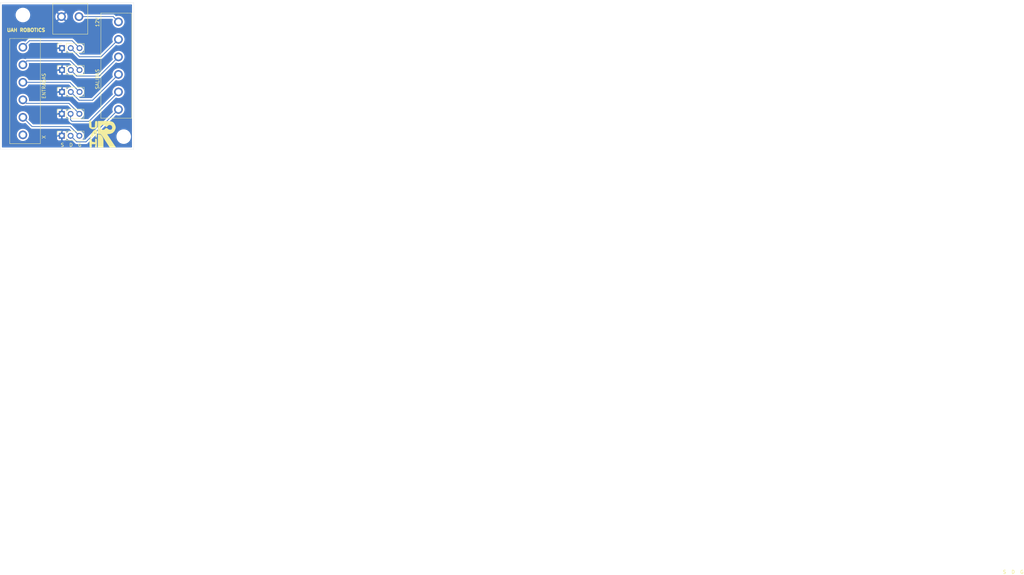
<source format=kicad_pcb>
(kicad_pcb (version 20171130) (host pcbnew "(5.1.7)-1")

  (general
    (thickness 1.6)
    (drawings 5)
    (tracks 35)
    (zones 0)
    (modules 17)
    (nets 14)
  )

  (page A4)
  (layers
    (0 F.Cu signal)
    (31 B.Cu signal)
    (32 B.Adhes user)
    (33 F.Adhes user)
    (34 B.Paste user)
    (35 F.Paste user)
    (36 B.SilkS user)
    (37 F.SilkS user)
    (38 B.Mask user)
    (39 F.Mask user)
    (40 Dwgs.User user)
    (41 Cmts.User user)
    (42 Eco1.User user)
    (43 Eco2.User user)
    (44 Edge.Cuts user)
    (45 Margin user)
    (46 B.CrtYd user)
    (47 F.CrtYd user)
    (48 B.Fab user)
    (49 F.Fab user)
  )

  (setup
    (last_trace_width 0.25)
    (trace_clearance 0.2)
    (zone_clearance 0.508)
    (zone_45_only no)
    (trace_min 0.2)
    (via_size 0.8)
    (via_drill 0.4)
    (via_min_size 0.4)
    (via_min_drill 0.3)
    (uvia_size 0.3)
    (uvia_drill 0.1)
    (uvias_allowed no)
    (uvia_min_size 0.2)
    (uvia_min_drill 0.1)
    (edge_width 0.05)
    (segment_width 0.2)
    (pcb_text_width 0.3)
    (pcb_text_size 1.5 1.5)
    (mod_edge_width 0.12)
    (mod_text_size 1 1)
    (mod_text_width 0.15)
    (pad_size 1.524 1.524)
    (pad_drill 0.762)
    (pad_to_mask_clearance 0)
    (aux_axis_origin 0 0)
    (visible_elements 7FFFFFFF)
    (pcbplotparams
      (layerselection 0x010fc_ffffffff)
      (usegerberextensions false)
      (usegerberattributes true)
      (usegerberadvancedattributes true)
      (creategerberjobfile true)
      (excludeedgelayer true)
      (linewidth 0.100000)
      (plotframeref false)
      (viasonmask false)
      (mode 1)
      (useauxorigin false)
      (hpglpennumber 1)
      (hpglpenspeed 20)
      (hpglpendiameter 15.000000)
      (psnegative false)
      (psa4output false)
      (plotreference true)
      (plotvalue true)
      (plotinvisibletext false)
      (padsonsilk false)
      (subtractmaskfromsilk false)
      (outputformat 1)
      (mirror false)
      (drillshape 0)
      (scaleselection 1)
      (outputdirectory "gerber/"))
  )

  (net 0 "")
  (net 1 I1)
  (net 2 I3)
  (net 3 I5)
  (net 4 I2)
  (net 5 I4)
  (net 6 +12V)
  (net 7 GND)
  (net 8 "Net-(J1-Pad6)")
  (net 9 O1)
  (net 10 O2)
  (net 11 O3)
  (net 12 O4)
  (net 13 O5)

  (net_class Default "This is the default net class."
    (clearance 0.2)
    (trace_width 0.25)
    (via_dia 0.8)
    (via_drill 0.4)
    (uvia_dia 0.3)
    (uvia_drill 0.1)
    (add_net +12V)
    (add_net GND)
    (add_net I1)
    (add_net I2)
    (add_net I3)
    (add_net I4)
    (add_net I5)
    (add_net "Net-(J1-Pad6)")
    (add_net O1)
    (add_net O2)
    (add_net O3)
    (add_net O4)
    (add_net O5)
  )

  (module "" (layer F.Cu) (tedit 0) (tstamp 0)
    (at 273.558 129.921)
    (fp_text reference "" (at 138.43 72.644) (layer F.SilkS)
      (effects (font (size 1.27 1.27) (thickness 0.15)))
    )
    (fp_text value "" (at 138.43 72.644) (layer F.SilkS)
      (effects (font (size 1.27 1.27) (thickness 0.15)))
    )
    (fp_text user "S  D  G" (at 138.303 72.771 180) (layer F.SilkS)
      (effects (font (size 1 1) (thickness 0.15)))
    )
  )

  (module "" (layer F.Cu) (tedit 0) (tstamp 0)
    (at 138.43 72.644)
    (fp_text reference "" (at 139.192 78.994) (layer F.SilkS)
      (effects (font (size 1.27 1.27) (thickness 0.15)))
    )
    (fp_text value "" (at 139.192 78.994) (layer F.SilkS)
      (effects (font (size 1.27 1.27) (thickness 0.15)))
    )
    (fp_text user %R (at 136.8044 78.7908 -90) (layer F.SilkS)
      (effects (font (size 1 1) (thickness 0.15)))
    )
  )

  (module "" (layer F.Cu) (tedit 0) (tstamp 0)
    (at 138.43 72.644)
    (fp_text reference "" (at 139.192 78.994) (layer F.SilkS)
      (effects (font (size 1.27 1.27) (thickness 0.15)))
    )
    (fp_text value "" (at 139.192 78.994) (layer F.SilkS)
      (effects (font (size 1.27 1.27) (thickness 0.15)))
    )
    (fp_text user %R (at 136.8044 78.7908 -90) (layer F.SilkS)
      (effects (font (size 1 1) (thickness 0.15)))
    )
  )

  (module "" (layer F.Cu) (tedit 0) (tstamp 0)
    (at 141.097 73.533)
    (fp_text reference "" (at 139.192 78.994) (layer F.SilkS)
      (effects (font (size 1.27 1.27) (thickness 0.15)))
    )
    (fp_text value "" (at 139.192 78.994) (layer F.SilkS)
      (effects (font (size 1.27 1.27) (thickness 0.15)))
    )
    (fp_text user %R (at 136.8044 78.7908 -90) (layer F.SilkS)
      (effects (font (size 1 1) (thickness 0.15)))
    )
  )

  (module "" (layer F.Cu) (tedit 0) (tstamp 0)
    (at 139.192 78.994)
    (fp_text reference "" (at 136.2964 57.15) (layer F.SilkS)
      (effects (font (size 1.27 1.27) (thickness 0.15)))
    )
    (fp_text value "" (at 136.2964 57.15) (layer F.SilkS)
      (effects (font (size 1.27 1.27) (thickness 0.15)))
    )
  )

  (module "" (layer F.Cu) (tedit 0) (tstamp 0)
    (at 139.573 73.279)
    (fp_text reference "" (at 136.2964 57.15) (layer F.SilkS)
      (effects (font (size 1.27 1.27) (thickness 0.15)))
    )
    (fp_text value "" (at 136.2964 57.15) (layer F.SilkS)
      (effects (font (size 1.27 1.27) (thickness 0.15)))
    )
  )

  (module Connector_PinSocket_2.54mm:PinSocket_1x03_P2.54mm_Vertical (layer F.Cu) (tedit 5A19A429) (tstamp 6078BF16)
    (at 136.2964 57.15 90)
    (descr "Through hole straight socket strip, 1x03, 2.54mm pitch, single row (from Kicad 4.0.7), script generated")
    (tags "Through hole socket strip THT 1x03 2.54mm single row")
    (path /5FDBF43A)
    (fp_text reference " " (at 2.3876 2.4892 180) (layer F.SilkS)
      (effects (font (size 1 1) (thickness 0.15)))
    )
    (fp_text value Conn_01x03_Male (at 0 7.85 90) (layer F.Fab)
      (effects (font (size 1 1) (thickness 0.15)))
    )
    (fp_line (start -1.8 6.85) (end -1.8 -1.8) (layer F.CrtYd) (width 0.05))
    (fp_line (start 1.75 6.85) (end -1.8 6.85) (layer F.CrtYd) (width 0.05))
    (fp_line (start 1.75 -1.8) (end 1.75 6.85) (layer F.CrtYd) (width 0.05))
    (fp_line (start -1.8 -1.8) (end 1.75 -1.8) (layer F.CrtYd) (width 0.05))
    (fp_line (start 0 -1.33) (end 1.33 -1.33) (layer F.SilkS) (width 0.12))
    (fp_line (start 1.33 -1.33) (end 1.33 0) (layer F.SilkS) (width 0.12))
    (fp_line (start 1.33 1.27) (end 1.33 6.41) (layer F.SilkS) (width 0.12))
    (fp_line (start -1.33 6.41) (end 1.33 6.41) (layer F.SilkS) (width 0.12))
    (fp_line (start -1.33 1.27) (end -1.33 6.41) (layer F.SilkS) (width 0.12))
    (fp_line (start -1.33 1.27) (end 1.33 1.27) (layer F.SilkS) (width 0.12))
    (fp_line (start -1.27 6.35) (end -1.27 -1.27) (layer F.Fab) (width 0.1))
    (fp_line (start 1.27 6.35) (end -1.27 6.35) (layer F.Fab) (width 0.1))
    (fp_line (start 1.27 -0.635) (end 1.27 6.35) (layer F.Fab) (width 0.1))
    (fp_line (start 0.635 -1.27) (end 1.27 -0.635) (layer F.Fab) (width 0.1))
    (fp_line (start -1.27 -1.27) (end 0.635 -1.27) (layer F.Fab) (width 0.1))
    (fp_text user %R (at 0 2.54) (layer F.Fab)
      (effects (font (size 1 1) (thickness 0.15)))
    )
    (pad 3 thru_hole oval (at 0 5.08 90) (size 1.7 1.7) (drill 1) (layers *.Cu *.Mask)
      (net 4 I2))
    (pad 2 thru_hole oval (at 0 2.54 90) (size 1.7 1.7) (drill 1) (layers *.Cu *.Mask)
      (net 10 O2))
    (pad 1 thru_hole rect (at 0 0 90) (size 1.7 1.7) (drill 1) (layers *.Cu *.Mask)
      (net 7 GND))
    (model ${KISYS3DMOD}/Connector_PinSocket_2.54mm.3dshapes/PinSocket_1x03_P2.54mm_Vertical.wrl
      (at (xyz 0 0 0))
      (scale (xyz 1 1 1))
      (rotate (xyz 0 0 0))
    )
  )

  (module Conector_Eurobot:Conector_6p_5.08 (layer F.Cu) (tedit 60782A58) (tstamp 6078AF77)
    (at 152.654 55.88 90)
    (path /5FC4195A)
    (fp_text reference "SALIDAS                12V" (at 3.556 -6.096 90) (layer F.SilkS)
      (effects (font (size 1 1) (thickness 0.15)))
    )
    (fp_text value "Salida 12v" (at 0 -0.5 90) (layer F.Fab)
      (effects (font (size 1 1) (thickness 0.15)))
    )
    (fp_line (start -15.24 0) (end -15.24 -5.08) (layer F.SilkS) (width 0.12))
    (fp_line (start -15.24 -5.08) (end 15.24 -5.08) (layer F.SilkS) (width 0.12))
    (fp_line (start 15.24 -5.08) (end 15.24 2.54) (layer F.SilkS) (width 0.12))
    (fp_line (start -15.24 0) (end -15.24 2.54) (layer F.SilkS) (width 0.12))
    (fp_line (start -15.24 2.54) (end -15.24 3.81) (layer F.SilkS) (width 0.12))
    (fp_line (start -15.24 3.81) (end 15.24 3.81) (layer F.SilkS) (width 0.12))
    (fp_line (start 15.24 3.81) (end 15.24 2.54) (layer F.SilkS) (width 0.12))
    (pad 6 thru_hole circle (at 12.7 0 90) (size 2.5 2.5) (drill 1.6) (layers *.Cu *.Mask)
      (net 6 +12V))
    (pad 1 thru_hole circle (at -12.7 0 90) (size 2.5 2.5) (drill 1.6) (layers *.Cu *.Mask)
      (net 13 O5))
    (pad 2 thru_hole circle (at -7.62 0 90) (size 2.5 2.5) (drill 1.6) (layers *.Cu *.Mask)
      (net 12 O4))
    (pad 4 thru_hole circle (at 2.54 0 90) (size 2.5 2.5) (drill 1.6) (layers *.Cu *.Mask)
      (net 10 O2))
    (pad 3 thru_hole circle (at -2.54 0 90) (size 2.5 2.5) (drill 1.6) (layers *.Cu *.Mask)
      (net 11 O3))
    (pad 5 thru_hole circle (at 7.62 0 90) (size 2.5 2.5) (drill 1.6) (layers *.Cu *.Mask)
      (net 9 O1))
  )

  (module Conector_Eurobot:Conector_2p_5.08 (layer F.Cu) (tedit 6078297D) (tstamp 6078B25A)
    (at 138.684 41.656 180)
    (path /5FDB5E68)
    (fp_text reference " " (at 0 -5.842) (layer F.SilkS)
      (effects (font (size 1 1) (thickness 0.15)))
    )
    (fp_text value Screw_Terminal_01x02 (at 0 -0.5) (layer F.Fab)
      (effects (font (size 1 1) (thickness 0.15)))
    )
    (fp_line (start 5.08 0) (end 5.08 -5.08) (layer F.SilkS) (width 0.12))
    (fp_line (start 5.08 -5.08) (end -5.08 -5.08) (layer F.SilkS) (width 0.12))
    (fp_line (start -5.08 -5.08) (end -5.08 0) (layer F.SilkS) (width 0.12))
    (fp_line (start -5.08 0) (end -5.08 2.54) (layer F.SilkS) (width 0.12))
    (fp_line (start 5.08 0) (end 5.08 2.54) (layer F.SilkS) (width 0.12))
    (fp_line (start 5.08 2.54) (end 5.08 3.81) (layer F.SilkS) (width 0.12))
    (fp_line (start 5.08 3.81) (end -5.08 3.81) (layer F.SilkS) (width 0.12))
    (fp_line (start -5.08 3.81) (end -5.08 2.54) (layer F.SilkS) (width 0.12))
    (pad 2 thru_hole circle (at 2.54 0 180) (size 2.5 2.5) (drill 1.6) (layers *.Cu *.Mask)
      (net 7 GND))
    (pad 1 thru_hole circle (at -2.54 0 180) (size 2.5 2.5) (drill 1.6) (layers *.Cu *.Mask)
      (net 6 +12V))
  )

  (module Conector_Eurobot:Conector_6p_5.08 (layer F.Cu) (tedit 60782A58) (tstamp 6078A06E)
    (at 124.968 63.246 270)
    (path /5FC3F32F)
    (fp_text reference "X              ENTRADAS" (at 4.318 -6.096 90) (layer F.SilkS)
      (effects (font (size 1 1) (thickness 0.15)))
    )
    (fp_text value "Entrada Digital" (at 0 -0.5 90) (layer F.Fab)
      (effects (font (size 1 1) (thickness 0.15)))
    )
    (fp_line (start -15.24 0) (end -15.24 -5.08) (layer F.SilkS) (width 0.12))
    (fp_line (start -15.24 -5.08) (end 15.24 -5.08) (layer F.SilkS) (width 0.12))
    (fp_line (start 15.24 -5.08) (end 15.24 2.54) (layer F.SilkS) (width 0.12))
    (fp_line (start -15.24 0) (end -15.24 2.54) (layer F.SilkS) (width 0.12))
    (fp_line (start -15.24 2.54) (end -15.24 3.81) (layer F.SilkS) (width 0.12))
    (fp_line (start -15.24 3.81) (end 15.24 3.81) (layer F.SilkS) (width 0.12))
    (fp_line (start 15.24 3.81) (end 15.24 2.54) (layer F.SilkS) (width 0.12))
    (pad 6 thru_hole circle (at 12.7 0 270) (size 2.5 2.5) (drill 1.6) (layers *.Cu *.Mask)
      (net 8 "Net-(J1-Pad6)"))
    (pad 1 thru_hole circle (at -12.7 0 270) (size 2.5 2.5) (drill 1.6) (layers *.Cu *.Mask)
      (net 1 I1))
    (pad 2 thru_hole circle (at -7.62 0 270) (size 2.5 2.5) (drill 1.6) (layers *.Cu *.Mask)
      (net 4 I2))
    (pad 4 thru_hole circle (at 2.54 0 270) (size 2.5 2.5) (drill 1.6) (layers *.Cu *.Mask)
      (net 5 I4))
    (pad 3 thru_hole circle (at -2.54 0 270) (size 2.5 2.5) (drill 1.6) (layers *.Cu *.Mask)
      (net 2 I3))
    (pad 5 thru_hole circle (at 7.62 0 270) (size 2.5 2.5) (drill 1.6) (layers *.Cu *.Mask)
      (net 3 I5))
  )

  (module logo:logo (layer F.Cu) (tedit 0) (tstamp 5FD6CE80)
    (at 148.0312 75.692)
    (fp_text reference G*** (at 0 0) (layer F.SilkS) hide
      (effects (font (size 1.524 1.524) (thickness 0.3)))
    )
    (fp_text value LOGO (at 0.75 0) (layer F.SilkS) hide
      (effects (font (size 1.524 1.524) (thickness 0.3)))
    )
    (fp_poly (pts (xy -1.763982 1.360429) (xy -1.681307 1.443352) (xy -1.635917 1.642757) (xy -1.616739 2.008717)
      (xy -1.612702 2.591303) (xy -1.612698 2.620635) (xy -1.616757 3.214026) (xy -1.635931 3.588533)
      (xy -1.680716 3.794013) (xy -1.76161 3.880325) (xy -1.881481 3.897354) (xy -2.080384 3.831783)
      (xy -2.148316 3.590243) (xy -2.150265 3.505379) (xy -2.098581 3.202342) (xy -1.982275 3.045619)
      (xy -2.000963 3.005126) (xy -2.23257 2.975715) (xy -2.452646 2.967224) (xy -3.091005 2.956614)
      (xy -3.091005 3.426984) (xy -3.116107 3.745076) (xy -3.229068 3.875297) (xy -3.426984 3.897354)
      (xy -3.582631 3.888488) (xy -3.680795 3.828326) (xy -3.734724 3.66652) (xy -3.757669 3.352725)
      (xy -3.762878 2.836593) (xy -3.76291 2.755026) (xy -2.015873 2.755026) (xy -1.948677 2.822222)
      (xy -1.881481 2.755026) (xy -1.948677 2.687831) (xy -2.015873 2.755026) (xy -3.76291 2.755026)
      (xy -3.762963 2.620635) (xy -3.76063 2.029177) (xy -3.744798 1.656154) (xy -3.702217 1.451222)
      (xy -3.619639 1.364032) (xy -3.483815 1.344238) (xy -3.426984 1.343915) (xy -3.199775 1.379058)
      (xy -3.10676 1.537203) (xy -3.091005 1.814286) (xy -3.067638 2.1309) (xy -2.954437 2.260724)
      (xy -2.714709 2.284656) (xy -2.39285 2.32717) (xy -2.210269 2.4128) (xy -2.136285 2.38591)
      (xy -2.119541 2.11553) (xy -2.129728 1.942429) (xy -2.145009 1.571343) (xy -2.094113 1.395782)
      (xy -1.949399 1.345266) (xy -1.895014 1.343915) (xy -1.763982 1.360429)) (layer F.SilkS) (width 0.01))
    (fp_poly (pts (xy -0.907143 0.134632) (xy -0.615837 0.172106) (xy -0.389336 0.324153) (xy -0.14495 0.650788)
      (xy -0.100794 0.719888) (xy 0.073663 1.019846) (xy 0.182747 1.299199) (xy 0.241541 1.634717)
      (xy 0.265126 2.103168) (xy 0.268783 2.601129) (xy 0.268783 3.897354) (xy -1.343915 3.897354)
      (xy -1.343915 0.134392) (xy -0.907143 0.134632)) (layer F.SilkS) (width 0.01))
    (fp_poly (pts (xy 0.571164 -3.762461) (xy 1.486629 -3.749659) (xy 2.176901 -3.70116) (xy 2.684845 -3.601005)
      (xy 3.053327 -3.433233) (xy 3.325211 -3.181884) (xy 3.543363 -2.830999) (xy 3.643313 -2.618608)
      (xy 3.803416 -2.189067) (xy 3.834063 -1.848301) (xy 3.766382 -1.513463) (xy 3.45445 -0.821705)
      (xy 2.968394 -0.333578) (xy 2.314893 -0.054805) (xy 2.003239 -0.00268) (xy 1.340944 0.067196)
      (xy 2.620544 1.982275) (xy 3.900143 3.897354) (xy 2.083069 3.87984) (xy 0.823328 1.93992)
      (xy 0.363571 1.235518) (xy 0.020818 0.726044) (xy -0.232757 0.379996) (xy -0.424978 0.165873)
      (xy -0.583668 0.052176) (xy -0.736651 0.007402) (xy -0.890164 0) (xy -1.343915 0)
      (xy -1.343915 -1.809067) (xy -0.583482 -1.809067) (xy -0.429667 -1.491053) (xy -0.15322 -1.271086)
      (xy 0.180028 -1.186471) (xy 0.504248 -1.274515) (xy 0.703146 -1.478307) (xy 0.943198 -1.691672)
      (xy 1.142328 -1.74709) (xy 1.423785 -1.641287) (xy 1.58151 -1.478307) (xy 1.846743 -1.274203)
      (xy 2.218627 -1.210251) (xy 2.567029 -1.299411) (xy 2.660952 -1.370794) (xy 2.781926 -1.618842)
      (xy 2.822222 -1.905262) (xy 2.715567 -2.282776) (xy 2.44851 -2.531287) (xy 2.100412 -2.629008)
      (xy 1.750634 -2.554151) (xy 1.478538 -2.284928) (xy 1.473436 -2.275554) (xy 1.282685 -2.066258)
      (xy 1.142328 -2.015873) (xy 0.93052 -2.122296) (xy 0.81122 -2.275554) (xy 0.528135 -2.56583)
      (xy 0.155533 -2.66147) (xy -0.216998 -2.568253) (xy -0.499871 -2.291959) (xy -0.548835 -2.187821)
      (xy -0.583482 -1.809067) (xy -1.343915 -1.809067) (xy -1.343915 -3.762963) (xy 0.571164 -3.762461)) (layer F.SilkS) (width 0.01))
    (fp_poly (pts (xy -1.612698 -0.075308) (xy -1.621208 0.498111) (xy -1.652192 0.849845) (xy -1.713839 1.026613)
      (xy -1.814286 1.075132) (xy -1.935855 1.008773) (xy -1.998444 0.775921) (xy -2.015873 0.335979)
      (xy -2.037966 -0.068807) (xy -2.094957 -0.337285) (xy -2.150265 -0.403175) (xy -2.277433 -0.304487)
      (xy -2.304025 0.01003) (xy -2.291684 0.167989) (xy -2.36797 0.367782) (xy -2.480677 0.403175)
      (xy -2.68855 0.513696) (xy -2.846675 0.739153) (xy -3.063148 1.005383) (xy -3.38926 1.075132)
      (xy -3.778763 1.075132) (xy -3.172827 -0.033598) (xy -2.881439 -0.554557) (xy -2.669333 -0.88348)
      (xy -2.492464 -1.06715) (xy -2.306791 -1.152353) (xy -2.089795 -1.184039) (xy -1.612698 -1.225749)
      (xy -1.612698 -0.075308)) (layer F.SilkS) (width 0.01))
    (fp_poly (pts (xy -3.396406 -3.881774) (xy -3.294306 -3.796742) (xy -3.239176 -3.584821) (xy -3.20923 -3.188573)
      (xy -3.197687 -2.923016) (xy -3.158201 -1.948677) (xy -2.21746 -1.948677) (xy -2.177722 -2.85582)
      (xy -2.150396 -3.336853) (xy -2.105318 -3.608629) (xy -2.018268 -3.730598) (xy -1.865026 -3.762208)
      (xy -1.808145 -3.762963) (xy -1.626045 -3.745341) (xy -1.527294 -3.650656) (xy -1.486511 -3.416183)
      (xy -1.478317 -2.979194) (xy -1.478307 -2.947779) (xy -1.507303 -2.333674) (xy -1.612706 -1.925553)
      (xy -1.822142 -1.665083) (xy -2.163235 -1.493928) (xy -2.167482 -1.492443) (xy -2.63153 -1.366555)
      (xy -2.99291 -1.38651) (xy -3.382033 -1.564289) (xy -3.460582 -1.611225) (xy -3.682878 -1.758279)
      (xy -3.813088 -1.910172) (xy -3.875834 -2.138841) (xy -3.895733 -2.516225) (xy -3.897354 -2.887443)
      (xy -3.89303 -3.400808) (xy -3.867739 -3.70194) (xy -3.802999 -3.847378) (xy -3.680333 -3.893659)
      (xy -3.567263 -3.897354) (xy -3.396406 -3.881774)) (layer F.SilkS) (width 0.01))
  )

  (module Connector_PinSocket_2.54mm:PinSocket_1x03_P2.54mm_Vertical (layer F.Cu) (tedit 5A19A429) (tstamp 5FD6A451)
    (at 136.2456 76.2 90)
    (descr "Through hole straight socket strip, 1x03, 2.54mm pitch, single row (from Kicad 4.0.7), script generated")
    (tags "Through hole socket strip THT 1x03 2.54mm single row")
    (path /5FDC0C6E)
    (fp_text reference "S  D  G" (at -2.667 2.6924 180) (layer F.SilkS)
      (effects (font (size 1 1) (thickness 0.15)))
    )
    (fp_text value Conn_01x03_Male (at 0 7.85 90) (layer F.Fab)
      (effects (font (size 1 1) (thickness 0.15)))
    )
    (fp_line (start -1.8 6.85) (end -1.8 -1.8) (layer F.CrtYd) (width 0.05))
    (fp_line (start 1.75 6.85) (end -1.8 6.85) (layer F.CrtYd) (width 0.05))
    (fp_line (start 1.75 -1.8) (end 1.75 6.85) (layer F.CrtYd) (width 0.05))
    (fp_line (start -1.8 -1.8) (end 1.75 -1.8) (layer F.CrtYd) (width 0.05))
    (fp_line (start 0 -1.33) (end 1.33 -1.33) (layer F.SilkS) (width 0.12))
    (fp_line (start 1.33 -1.33) (end 1.33 0) (layer F.SilkS) (width 0.12))
    (fp_line (start 1.33 1.27) (end 1.33 6.41) (layer F.SilkS) (width 0.12))
    (fp_line (start -1.33 6.41) (end 1.33 6.41) (layer F.SilkS) (width 0.12))
    (fp_line (start -1.33 1.27) (end -1.33 6.41) (layer F.SilkS) (width 0.12))
    (fp_line (start -1.33 1.27) (end 1.33 1.27) (layer F.SilkS) (width 0.12))
    (fp_line (start -1.27 6.35) (end -1.27 -1.27) (layer F.Fab) (width 0.1))
    (fp_line (start 1.27 6.35) (end -1.27 6.35) (layer F.Fab) (width 0.1))
    (fp_line (start 1.27 -0.635) (end 1.27 6.35) (layer F.Fab) (width 0.1))
    (fp_line (start 0.635 -1.27) (end 1.27 -0.635) (layer F.Fab) (width 0.1))
    (fp_line (start -1.27 -1.27) (end 0.635 -1.27) (layer F.Fab) (width 0.1))
    (pad 3 thru_hole oval (at 0 5.08 90) (size 1.7 1.7) (drill 1) (layers *.Cu *.Mask)
      (net 3 I5))
    (pad 2 thru_hole oval (at 0 2.54 90) (size 1.7 1.7) (drill 1) (layers *.Cu *.Mask)
      (net 13 O5))
    (pad 1 thru_hole rect (at 0 0 90) (size 1.7 1.7) (drill 1) (layers *.Cu *.Mask)
      (net 7 GND))
    (model ${KISYS3DMOD}/Connector_PinSocket_2.54mm.3dshapes/PinSocket_1x03_P2.54mm_Vertical.wrl
      (at (xyz 0 0 0))
      (scale (xyz 1 1 1))
      (rotate (xyz 0 0 0))
    )
  )

  (module Connector_PinSocket_2.54mm:PinSocket_1x03_P2.54mm_Vertical (layer F.Cu) (tedit 5A19A429) (tstamp 5FD6A43A)
    (at 136.2456 69.85 90)
    (descr "Through hole straight socket strip, 1x03, 2.54mm pitch, single row (from Kicad 4.0.7), script generated")
    (tags "Through hole socket strip THT 1x03 2.54mm single row")
    (path /5FDC05B1)
    (fp_text reference " " (at 2.54 2.6924 180) (layer F.SilkS)
      (effects (font (size 1 1) (thickness 0.15)))
    )
    (fp_text value Conn_01x03_Male (at 0 7.85 90) (layer F.Fab)
      (effects (font (size 1 1) (thickness 0.15)))
    )
    (fp_line (start -1.8 6.85) (end -1.8 -1.8) (layer F.CrtYd) (width 0.05))
    (fp_line (start 1.75 6.85) (end -1.8 6.85) (layer F.CrtYd) (width 0.05))
    (fp_line (start 1.75 -1.8) (end 1.75 6.85) (layer F.CrtYd) (width 0.05))
    (fp_line (start -1.8 -1.8) (end 1.75 -1.8) (layer F.CrtYd) (width 0.05))
    (fp_line (start 0 -1.33) (end 1.33 -1.33) (layer F.SilkS) (width 0.12))
    (fp_line (start 1.33 -1.33) (end 1.33 0) (layer F.SilkS) (width 0.12))
    (fp_line (start 1.33 1.27) (end 1.33 6.41) (layer F.SilkS) (width 0.12))
    (fp_line (start -1.33 6.41) (end 1.33 6.41) (layer F.SilkS) (width 0.12))
    (fp_line (start -1.33 1.27) (end -1.33 6.41) (layer F.SilkS) (width 0.12))
    (fp_line (start -1.33 1.27) (end 1.33 1.27) (layer F.SilkS) (width 0.12))
    (fp_line (start -1.27 6.35) (end -1.27 -1.27) (layer F.Fab) (width 0.1))
    (fp_line (start 1.27 6.35) (end -1.27 6.35) (layer F.Fab) (width 0.1))
    (fp_line (start 1.27 -0.635) (end 1.27 6.35) (layer F.Fab) (width 0.1))
    (fp_line (start 0.635 -1.27) (end 1.27 -0.635) (layer F.Fab) (width 0.1))
    (fp_line (start -1.27 -1.27) (end 0.635 -1.27) (layer F.Fab) (width 0.1))
    (fp_text user %R (at 0 2.54) (layer F.Fab)
      (effects (font (size 1 1) (thickness 0.15)))
    )
    (pad 3 thru_hole oval (at 0 5.08 90) (size 1.7 1.7) (drill 1) (layers *.Cu *.Mask)
      (net 5 I4))
    (pad 2 thru_hole oval (at 0 2.54 90) (size 1.7 1.7) (drill 1) (layers *.Cu *.Mask)
      (net 12 O4))
    (pad 1 thru_hole rect (at 0 0 90) (size 1.7 1.7) (drill 1) (layers *.Cu *.Mask)
      (net 7 GND))
    (model ${KISYS3DMOD}/Connector_PinSocket_2.54mm.3dshapes/PinSocket_1x03_P2.54mm_Vertical.wrl
      (at (xyz 0 0 0))
      (scale (xyz 1 1 1))
      (rotate (xyz 0 0 0))
    )
  )

  (module Connector_PinSocket_2.54mm:PinSocket_1x03_P2.54mm_Vertical (layer F.Cu) (tedit 5A19A429) (tstamp 5FD6A423)
    (at 136.2964 63.5 90)
    (descr "Through hole straight socket strip, 1x03, 2.54mm pitch, single row (from Kicad 4.0.7), script generated")
    (tags "Through hole socket strip THT 1x03 2.54mm single row")
    (path /5FDBF794)
    (fp_text reference " " (at 2.54 2.7432 180) (layer F.SilkS)
      (effects (font (size 1 1) (thickness 0.15)))
    )
    (fp_text value Conn_01x03_Male (at 0 7.85 90) (layer F.Fab)
      (effects (font (size 1 1) (thickness 0.15)))
    )
    (fp_line (start -1.8 6.85) (end -1.8 -1.8) (layer F.CrtYd) (width 0.05))
    (fp_line (start 1.75 6.85) (end -1.8 6.85) (layer F.CrtYd) (width 0.05))
    (fp_line (start 1.75 -1.8) (end 1.75 6.85) (layer F.CrtYd) (width 0.05))
    (fp_line (start -1.8 -1.8) (end 1.75 -1.8) (layer F.CrtYd) (width 0.05))
    (fp_line (start 0 -1.33) (end 1.33 -1.33) (layer F.SilkS) (width 0.12))
    (fp_line (start 1.33 -1.33) (end 1.33 0) (layer F.SilkS) (width 0.12))
    (fp_line (start 1.33 1.27) (end 1.33 6.41) (layer F.SilkS) (width 0.12))
    (fp_line (start -1.33 6.41) (end 1.33 6.41) (layer F.SilkS) (width 0.12))
    (fp_line (start -1.33 1.27) (end -1.33 6.41) (layer F.SilkS) (width 0.12))
    (fp_line (start -1.33 1.27) (end 1.33 1.27) (layer F.SilkS) (width 0.12))
    (fp_line (start -1.27 6.35) (end -1.27 -1.27) (layer F.Fab) (width 0.1))
    (fp_line (start 1.27 6.35) (end -1.27 6.35) (layer F.Fab) (width 0.1))
    (fp_line (start 1.27 -0.635) (end 1.27 6.35) (layer F.Fab) (width 0.1))
    (fp_line (start 0.635 -1.27) (end 1.27 -0.635) (layer F.Fab) (width 0.1))
    (fp_line (start -1.27 -1.27) (end 0.635 -1.27) (layer F.Fab) (width 0.1))
    (fp_text user %R (at 0.1016 1.7272) (layer F.Fab)
      (effects (font (size 1 1) (thickness 0.15)))
    )
    (pad 3 thru_hole oval (at 0 5.08 90) (size 1.7 1.7) (drill 1) (layers *.Cu *.Mask)
      (net 2 I3))
    (pad 2 thru_hole oval (at 0 2.54 90) (size 1.7 1.7) (drill 1) (layers *.Cu *.Mask)
      (net 11 O3))
    (pad 1 thru_hole rect (at 0 0 90) (size 1.7 1.7) (drill 1) (layers *.Cu *.Mask)
      (net 7 GND))
    (model ${KISYS3DMOD}/Connector_PinSocket_2.54mm.3dshapes/PinSocket_1x03_P2.54mm_Vertical.wrl
      (at (xyz 0 0 0))
      (scale (xyz 1 1 1))
      (rotate (xyz 0 0 0))
    )
  )

  (module Connector_PinSocket_2.54mm:PinSocket_1x03_P2.54mm_Vertical (layer F.Cu) (tedit 5A19A429) (tstamp 6078BEBD)
    (at 136.2964 50.8 90)
    (descr "Through hole straight socket strip, 1x03, 2.54mm pitch, single row (from Kicad 4.0.7), script generated")
    (tags "Through hole socket strip THT 1x03 2.54mm single row")
    (path /5FDBDF32)
    (fp_text reference " " (at 2.54 2.54 180) (layer F.SilkS)
      (effects (font (size 1 1) (thickness 0.15)))
    )
    (fp_text value Conn_01x03_Male (at 0 7.85 90) (layer F.Fab)
      (effects (font (size 1 1) (thickness 0.15)))
    )
    (fp_line (start -1.8 6.85) (end -1.8 -1.8) (layer F.CrtYd) (width 0.05))
    (fp_line (start 1.75 6.85) (end -1.8 6.85) (layer F.CrtYd) (width 0.05))
    (fp_line (start 1.75 -1.8) (end 1.75 6.85) (layer F.CrtYd) (width 0.05))
    (fp_line (start -1.8 -1.8) (end 1.75 -1.8) (layer F.CrtYd) (width 0.05))
    (fp_line (start 0 -1.33) (end 1.33 -1.33) (layer F.SilkS) (width 0.12))
    (fp_line (start 1.33 -1.33) (end 1.33 0) (layer F.SilkS) (width 0.12))
    (fp_line (start 1.33 1.27) (end 1.33 6.41) (layer F.SilkS) (width 0.12))
    (fp_line (start -1.33 6.41) (end 1.33 6.41) (layer F.SilkS) (width 0.12))
    (fp_line (start -1.33 1.27) (end -1.33 6.41) (layer F.SilkS) (width 0.12))
    (fp_line (start -1.33 1.27) (end 1.33 1.27) (layer F.SilkS) (width 0.12))
    (fp_line (start -1.27 6.35) (end -1.27 -1.27) (layer F.Fab) (width 0.1))
    (fp_line (start 1.27 6.35) (end -1.27 6.35) (layer F.Fab) (width 0.1))
    (fp_line (start 1.27 -0.635) (end 1.27 6.35) (layer F.Fab) (width 0.1))
    (fp_line (start 0.635 -1.27) (end 1.27 -0.635) (layer F.Fab) (width 0.1))
    (fp_line (start -1.27 -1.27) (end 0.635 -1.27) (layer F.Fab) (width 0.1))
    (fp_text user %R (at -1.0772 2.3668 270) (layer F.Fab)
      (effects (font (size 1 1) (thickness 0.15)))
    )
    (pad 3 thru_hole oval (at 0 5.08 90) (size 1.7 1.7) (drill 1) (layers *.Cu *.Mask)
      (net 1 I1))
    (pad 2 thru_hole oval (at 0 2.54 90) (size 1.7 1.7) (drill 1) (layers *.Cu *.Mask)
      (net 9 O1))
    (pad 1 thru_hole rect (at 0 0 90) (size 1.7 1.7) (drill 1) (layers *.Cu *.Mask)
      (net 7 GND))
    (model ${KISYS3DMOD}/Connector_PinSocket_2.54mm.3dshapes/PinSocket_1x03_P2.54mm_Vertical.wrl
      (at (xyz 0 0 0))
      (scale (xyz 1 1 1))
      (rotate (xyz 0 0 0))
    )
  )

  (module MountingHole:MountingHole_3.2mm_M3_ISO7380 (layer F.Cu) (tedit 56D1B4CB) (tstamp 5FD6A33C)
    (at 124.968 41.1988)
    (descr "Mounting Hole 3.2mm, no annular, M3, ISO7380")
    (tags "mounting hole 3.2mm no annular m3 iso7380")
    (path /5FC3EACC)
    (attr virtual)
    (fp_text reference " " (at 0 -3.85 90) (layer F.SilkS)
      (effects (font (size 1 1) (thickness 0.15)))
    )
    (fp_text value MountingHole (at 0 3.85) (layer F.Fab)
      (effects (font (size 1 1) (thickness 0.15)))
    )
    (fp_circle (center 0 0) (end 3.1 0) (layer F.CrtYd) (width 0.05))
    (fp_circle (center 0 0) (end 2.85 0) (layer Cmts.User) (width 0.15))
    (fp_text user %R (at 0.3 0) (layer F.Fab)
      (effects (font (size 1 1) (thickness 0.15)))
    )
    (pad 1 np_thru_hole circle (at 0 0) (size 3.2 3.2) (drill 3.2) (layers *.Cu *.Mask))
  )

  (module MountingHole:MountingHole_3.2mm_M3_ISO7380 (layer F.Cu) (tedit 56D1B4CB) (tstamp 5FD6A334)
    (at 154.178 76.454)
    (descr "Mounting Hole 3.2mm, no annular, M3, ISO7380")
    (tags "mounting hole 3.2mm no annular m3 iso7380")
    (path /5FC3E631)
    (attr virtual)
    (fp_text reference " " (at 0 -3.85) (layer F.SilkS)
      (effects (font (size 1 1) (thickness 0.15)))
    )
    (fp_text value MountingHole (at 0 3.85) (layer F.Fab)
      (effects (font (size 1 1) (thickness 0.15)))
    )
    (fp_circle (center 0 0) (end 3.1 0) (layer F.CrtYd) (width 0.05))
    (fp_circle (center 0 0) (end 2.85 0) (layer Cmts.User) (width 0.15))
    (fp_text user %R (at -0.508 -0.6604) (layer F.Fab)
      (effects (font (size 1 1) (thickness 0.15)))
    )
    (pad 1 np_thru_hole circle (at 0 0) (size 3.2 3.2) (drill 3.2) (layers *.Cu *.Mask))
  )

  (gr_line (start 118.364 37.592) (end 118.364 80.137) (layer Edge.Cuts) (width 0.05) (tstamp 5FE9EB14))
  (gr_line (start 157.099 37.592) (end 118.364 37.592) (layer Edge.Cuts) (width 0.05))
  (gr_line (start 157.099 80.137) (end 157.099 37.592) (layer Edge.Cuts) (width 0.05))
  (gr_line (start 118.364 80.137) (end 157.099 80.137) (layer Edge.Cuts) (width 0.05))
  (gr_text "UAH ROBOTICS\n" (at 125.8824 45.5676) (layer F.SilkS)
    (effects (font (size 1 1) (thickness 0.25)))
  )

  (segment (start 141.3764 50.8) (end 139.2174 48.641) (width 0.25) (layer B.Cu) (net 1))
  (segment (start 126.873 48.641) (end 124.968 50.546) (width 0.25) (layer B.Cu) (net 1))
  (segment (start 139.2174 48.641) (end 126.873 48.641) (width 0.25) (layer B.Cu) (net 1))
  (segment (start 138.5824 60.706) (end 141.3764 63.5) (width 0.25) (layer B.Cu) (net 2))
  (segment (start 124.968 60.706) (end 138.5824 60.706) (width 0.25) (layer B.Cu) (net 2))
  (segment (start 141.3256 76.2) (end 138.6586 73.533) (width 0.25) (layer B.Cu) (net 3))
  (segment (start 127.635 73.533) (end 124.968 70.866) (width 0.25) (layer B.Cu) (net 3))
  (segment (start 138.6586 73.533) (end 127.635 73.533) (width 0.25) (layer B.Cu) (net 3))
  (segment (start 141.3764 57.15) (end 138.7094 54.483) (width 0.25) (layer B.Cu) (net 4))
  (segment (start 126.111 54.483) (end 124.968 55.626) (width 0.25) (layer B.Cu) (net 4))
  (segment (start 138.7094 54.483) (end 126.111 54.483) (width 0.25) (layer B.Cu) (net 4))
  (segment (start 141.3256 69.85) (end 138.2776 66.802) (width 0.25) (layer B.Cu) (net 5))
  (segment (start 125.984 66.802) (end 124.968 65.786) (width 0.25) (layer B.Cu) (net 5))
  (segment (start 138.2776 66.802) (end 125.984 66.802) (width 0.25) (layer B.Cu) (net 5))
  (segment (start 151.7396 42.8244) (end 151.7904 42.7736) (width 0.25) (layer B.Cu) (net 6))
  (segment (start 151.13 41.656) (end 152.654 43.18) (width 0.25) (layer B.Cu) (net 6))
  (segment (start 141.224 41.656) (end 151.13 41.656) (width 0.25) (layer B.Cu) (net 6))
  (segment (start 147.618199 53.295801) (end 152.654 48.26) (width 0.25) (layer B.Cu) (net 9))
  (segment (start 141.332201 53.295801) (end 138.8364 50.8) (width 0.25) (layer B.Cu) (net 9))
  (segment (start 147.618199 53.295801) (end 141.332201 53.295801) (width 0.25) (layer B.Cu) (net 9))
  (segment (start 138.8364 57.15) (end 140.589 58.9026) (width 0.25) (layer B.Cu) (net 10))
  (segment (start 147.0914 58.9026) (end 147.447 58.547) (width 0.25) (layer B.Cu) (net 10))
  (segment (start 140.589 58.9026) (end 147.0914 58.9026) (width 0.25) (layer B.Cu) (net 10))
  (segment (start 147.447 58.547) (end 152.654 53.34) (width 0.25) (layer B.Cu) (net 10))
  (segment (start 147.364199 58.629801) (end 147.447 58.547) (width 0.25) (layer B.Cu) (net 10))
  (segment (start 138.8364 63.5) (end 141.2494 65.913) (width 0.25) (layer B.Cu) (net 11))
  (segment (start 145.161 65.913) (end 152.654 58.42) (width 0.25) (layer B.Cu) (net 11))
  (segment (start 141.2494 65.913) (end 145.161 65.913) (width 0.25) (layer B.Cu) (net 11))
  (segment (start 138.7856 69.85) (end 138.7856 71.6026) (width 0.25) (layer B.Cu) (net 12))
  (segment (start 138.7856 71.6026) (end 139.192 72.009) (width 0.25) (layer B.Cu) (net 12))
  (segment (start 144.145 72.009) (end 152.654 63.5) (width 0.25) (layer B.Cu) (net 12))
  (segment (start 139.192 72.009) (end 144.145 72.009) (width 0.25) (layer B.Cu) (net 12))
  (segment (start 138.7856 76.2) (end 140.5636 77.978) (width 0.25) (layer B.Cu) (net 13))
  (segment (start 143.256 77.978) (end 152.654 68.58) (width 0.25) (layer B.Cu) (net 13))
  (segment (start 140.5636 77.978) (end 143.256 77.978) (width 0.25) (layer B.Cu) (net 13))

  (zone (net 7) (net_name GND) (layer B.Cu) (tstamp 5FDF5014) (hatch edge 0.508)
    (connect_pads (clearance 0.508))
    (min_thickness 0.254)
    (fill yes (arc_segments 32) (thermal_gap 0.508) (thermal_bridge_width 0.508))
    (polygon
      (pts
        (xy 157.0228 37.592) (xy 157.0228 39.0144) (xy 157.0736 73.152) (xy 157.0736 80.1116) (xy 118.364 80.1116)
        (xy 118.5164 37.5412)
      )
    )
    (filled_polygon
      (pts
        (xy 156.439 79.477) (xy 119.024 79.477) (xy 119.024 75.760344) (xy 123.083 75.760344) (xy 123.083 76.131656)
        (xy 123.155439 76.495834) (xy 123.297534 76.838882) (xy 123.503825 77.147618) (xy 123.766382 77.410175) (xy 124.075118 77.616466)
        (xy 124.418166 77.758561) (xy 124.782344 77.831) (xy 125.153656 77.831) (xy 125.517834 77.758561) (xy 125.860882 77.616466)
        (xy 126.169618 77.410175) (xy 126.432175 77.147618) (xy 126.497401 77.05) (xy 134.757528 77.05) (xy 134.769788 77.174482)
        (xy 134.806098 77.29418) (xy 134.865063 77.404494) (xy 134.944415 77.501185) (xy 135.041106 77.580537) (xy 135.15142 77.639502)
        (xy 135.271118 77.675812) (xy 135.3956 77.688072) (xy 135.95985 77.685) (xy 136.1186 77.52625) (xy 136.1186 76.327)
        (xy 134.91935 76.327) (xy 134.7606 76.48575) (xy 134.757528 77.05) (xy 126.497401 77.05) (xy 126.638466 76.838882)
        (xy 126.780561 76.495834) (xy 126.853 76.131656) (xy 126.853 75.760344) (xy 126.780561 75.396166) (xy 126.761439 75.35)
        (xy 134.757528 75.35) (xy 134.7606 75.91425) (xy 134.91935 76.073) (xy 136.1186 76.073) (xy 136.1186 74.87375)
        (xy 135.95985 74.715) (xy 135.3956 74.711928) (xy 135.271118 74.724188) (xy 135.15142 74.760498) (xy 135.041106 74.819463)
        (xy 134.944415 74.898815) (xy 134.865063 74.995506) (xy 134.806098 75.10582) (xy 134.769788 75.225518) (xy 134.757528 75.35)
        (xy 126.761439 75.35) (xy 126.638466 75.053118) (xy 126.432175 74.744382) (xy 126.169618 74.481825) (xy 125.860882 74.275534)
        (xy 125.517834 74.133439) (xy 125.153656 74.061) (xy 124.782344 74.061) (xy 124.418166 74.133439) (xy 124.075118 74.275534)
        (xy 123.766382 74.481825) (xy 123.503825 74.744382) (xy 123.297534 75.053118) (xy 123.155439 75.396166) (xy 123.083 75.760344)
        (xy 119.024 75.760344) (xy 119.024 70.680344) (xy 123.083 70.680344) (xy 123.083 71.051656) (xy 123.155439 71.415834)
        (xy 123.297534 71.758882) (xy 123.503825 72.067618) (xy 123.766382 72.330175) (xy 124.075118 72.536466) (xy 124.418166 72.678561)
        (xy 124.782344 72.751) (xy 125.153656 72.751) (xy 125.517834 72.678561) (xy 125.650717 72.623519) (xy 127.0712 74.044002)
        (xy 127.094999 74.073001) (xy 127.123997 74.096799) (xy 127.210724 74.167974) (xy 127.342753 74.238546) (xy 127.486014 74.282003)
        (xy 127.635 74.296677) (xy 127.672333 74.293) (xy 138.343799 74.293) (xy 138.765799 74.715) (xy 138.63934 74.715)
        (xy 138.352442 74.772068) (xy 138.082189 74.88401) (xy 137.838968 75.046525) (xy 137.707113 75.17838) (xy 137.685102 75.10582)
        (xy 137.626137 74.995506) (xy 137.546785 74.898815) (xy 137.450094 74.819463) (xy 137.33978 74.760498) (xy 137.220082 74.724188)
        (xy 137.0956 74.711928) (xy 136.53135 74.715) (xy 136.3726 74.87375) (xy 136.3726 76.073) (xy 136.3926 76.073)
        (xy 136.3926 76.327) (xy 136.3726 76.327) (xy 136.3726 77.52625) (xy 136.53135 77.685) (xy 137.0956 77.688072)
        (xy 137.220082 77.675812) (xy 137.33978 77.639502) (xy 137.450094 77.580537) (xy 137.546785 77.501185) (xy 137.626137 77.404494)
        (xy 137.685102 77.29418) (xy 137.707113 77.22162) (xy 137.838968 77.353475) (xy 138.082189 77.51599) (xy 138.352442 77.627932)
        (xy 138.63934 77.685) (xy 138.93186 77.685) (xy 139.152008 77.64121) (xy 139.999801 78.489003) (xy 140.023599 78.518001)
        (xy 140.139324 78.612974) (xy 140.271353 78.683546) (xy 140.414614 78.727003) (xy 140.526267 78.738) (xy 140.526275 78.738)
        (xy 140.5636 78.741676) (xy 140.600925 78.738) (xy 143.218678 78.738) (xy 143.256 78.741676) (xy 143.293322 78.738)
        (xy 143.293333 78.738) (xy 143.404986 78.727003) (xy 143.548247 78.683546) (xy 143.680276 78.612974) (xy 143.796001 78.518001)
        (xy 143.819804 78.488997) (xy 146.074929 76.233872) (xy 151.943 76.233872) (xy 151.943 76.674128) (xy 152.02889 77.105925)
        (xy 152.197369 77.512669) (xy 152.441962 77.878729) (xy 152.753271 78.190038) (xy 153.119331 78.434631) (xy 153.526075 78.60311)
        (xy 153.957872 78.689) (xy 154.398128 78.689) (xy 154.829925 78.60311) (xy 155.236669 78.434631) (xy 155.602729 78.190038)
        (xy 155.914038 77.878729) (xy 156.158631 77.512669) (xy 156.32711 77.105925) (xy 156.413 76.674128) (xy 156.413 76.233872)
        (xy 156.32711 75.802075) (xy 156.158631 75.395331) (xy 155.914038 75.029271) (xy 155.602729 74.717962) (xy 155.236669 74.473369)
        (xy 154.829925 74.30489) (xy 154.398128 74.219) (xy 153.957872 74.219) (xy 153.526075 74.30489) (xy 153.119331 74.473369)
        (xy 152.753271 74.717962) (xy 152.441962 75.029271) (xy 152.197369 75.395331) (xy 152.02889 75.802075) (xy 151.943 76.233872)
        (xy 146.074929 76.233872) (xy 151.971283 70.337519) (xy 152.104166 70.392561) (xy 152.468344 70.465) (xy 152.839656 70.465)
        (xy 153.203834 70.392561) (xy 153.546882 70.250466) (xy 153.855618 70.044175) (xy 154.118175 69.781618) (xy 154.324466 69.472882)
        (xy 154.466561 69.129834) (xy 154.539 68.765656) (xy 154.539 68.394344) (xy 154.466561 68.030166) (xy 154.324466 67.687118)
        (xy 154.118175 67.378382) (xy 153.855618 67.115825) (xy 153.546882 66.909534) (xy 153.203834 66.767439) (xy 152.839656 66.695)
        (xy 152.468344 66.695) (xy 152.104166 66.767439) (xy 151.761118 66.909534) (xy 151.452382 67.115825) (xy 151.189825 67.378382)
        (xy 150.983534 67.687118) (xy 150.841439 68.030166) (xy 150.769 68.394344) (xy 150.769 68.765656) (xy 150.841439 69.129834)
        (xy 150.896481 69.262717) (xy 142.941199 77.218) (xy 142.407707 77.218) (xy 142.479075 77.146632) (xy 142.64159 76.903411)
        (xy 142.753532 76.633158) (xy 142.8106 76.34626) (xy 142.8106 76.05374) (xy 142.753532 75.766842) (xy 142.64159 75.496589)
        (xy 142.479075 75.253368) (xy 142.272232 75.046525) (xy 142.029011 74.88401) (xy 141.758758 74.772068) (xy 141.47186 74.715)
        (xy 141.17934 74.715) (xy 140.959192 74.75879) (xy 139.222404 73.022003) (xy 139.198601 72.992999) (xy 139.082876 72.898026)
        (xy 138.950847 72.827454) (xy 138.807586 72.783997) (xy 138.695933 72.773) (xy 138.695922 72.773) (xy 138.6586 72.769324)
        (xy 138.621278 72.773) (xy 127.949802 72.773) (xy 126.725519 71.548717) (xy 126.780561 71.415834) (xy 126.853 71.051656)
        (xy 126.853 70.7) (xy 134.757528 70.7) (xy 134.769788 70.824482) (xy 134.806098 70.94418) (xy 134.865063 71.054494)
        (xy 134.944415 71.151185) (xy 135.041106 71.230537) (xy 135.15142 71.289502) (xy 135.271118 71.325812) (xy 135.3956 71.338072)
        (xy 135.95985 71.335) (xy 136.1186 71.17625) (xy 136.1186 69.977) (xy 134.91935 69.977) (xy 134.7606 70.13575)
        (xy 134.757528 70.7) (xy 126.853 70.7) (xy 126.853 70.680344) (xy 126.780561 70.316166) (xy 126.638466 69.973118)
        (xy 126.432175 69.664382) (xy 126.169618 69.401825) (xy 125.860882 69.195534) (xy 125.517834 69.053439) (xy 125.249177 69)
        (xy 134.757528 69) (xy 134.7606 69.56425) (xy 134.91935 69.723) (xy 136.1186 69.723) (xy 136.1186 68.52375)
        (xy 135.95985 68.365) (xy 135.3956 68.361928) (xy 135.271118 68.374188) (xy 135.15142 68.410498) (xy 135.041106 68.469463)
        (xy 134.944415 68.548815) (xy 134.865063 68.645506) (xy 134.806098 68.75582) (xy 134.769788 68.875518) (xy 134.757528 69)
        (xy 125.249177 69) (xy 125.153656 68.981) (xy 124.782344 68.981) (xy 124.418166 69.053439) (xy 124.075118 69.195534)
        (xy 123.766382 69.401825) (xy 123.503825 69.664382) (xy 123.297534 69.973118) (xy 123.155439 70.316166) (xy 123.083 70.680344)
        (xy 119.024 70.680344) (xy 119.024 65.600344) (xy 123.083 65.600344) (xy 123.083 65.971656) (xy 123.155439 66.335834)
        (xy 123.297534 66.678882) (xy 123.503825 66.987618) (xy 123.766382 67.250175) (xy 124.075118 67.456466) (xy 124.418166 67.598561)
        (xy 124.782344 67.671) (xy 125.153656 67.671) (xy 125.517834 67.598561) (xy 125.718198 67.515568) (xy 125.835014 67.551003)
        (xy 125.946667 67.562) (xy 125.946677 67.562) (xy 125.984 67.565676) (xy 126.021322 67.562) (xy 137.962799 67.562)
        (xy 138.765799 68.365) (xy 138.63934 68.365) (xy 138.352442 68.422068) (xy 138.082189 68.53401) (xy 137.838968 68.696525)
        (xy 137.707113 68.82838) (xy 137.685102 68.75582) (xy 137.626137 68.645506) (xy 137.546785 68.548815) (xy 137.450094 68.469463)
        (xy 137.33978 68.410498) (xy 137.220082 68.374188) (xy 137.0956 68.361928) (xy 136.53135 68.365) (xy 136.3726 68.52375)
        (xy 136.3726 69.723) (xy 136.3926 69.723) (xy 136.3926 69.977) (xy 136.3726 69.977) (xy 136.3726 71.17625)
        (xy 136.53135 71.335) (xy 137.0956 71.338072) (xy 137.220082 71.325812) (xy 137.33978 71.289502) (xy 137.450094 71.230537)
        (xy 137.546785 71.151185) (xy 137.626137 71.054494) (xy 137.685102 70.94418) (xy 137.707113 70.87162) (xy 137.838968 71.003475)
        (xy 138.025601 71.128179) (xy 138.025601 71.565268) (xy 138.021924 71.6026) (xy 138.036598 71.751585) (xy 138.080054 71.894846)
        (xy 138.150626 72.026876) (xy 138.221801 72.113602) (xy 138.2456 72.142601) (xy 138.274598 72.166399) (xy 138.6282 72.520002)
        (xy 138.651999 72.549001) (xy 138.767724 72.643974) (xy 138.899753 72.714546) (xy 139.043014 72.758003) (xy 139.154667 72.769)
        (xy 139.154676 72.769) (xy 139.191999 72.772676) (xy 139.229322 72.769) (xy 144.107678 72.769) (xy 144.145 72.772676)
        (xy 144.182322 72.769) (xy 144.182333 72.769) (xy 144.293986 72.758003) (xy 144.437247 72.714546) (xy 144.569276 72.643974)
        (xy 144.685001 72.549001) (xy 144.708804 72.519997) (xy 151.971283 65.257519) (xy 152.104166 65.312561) (xy 152.468344 65.385)
        (xy 152.839656 65.385) (xy 153.203834 65.312561) (xy 153.546882 65.170466) (xy 153.855618 64.964175) (xy 154.118175 64.701618)
        (xy 154.324466 64.392882) (xy 154.466561 64.049834) (xy 154.539 63.685656) (xy 154.539 63.314344) (xy 154.466561 62.950166)
        (xy 154.324466 62.607118) (xy 154.118175 62.298382) (xy 153.855618 62.035825) (xy 153.546882 61.829534) (xy 153.203834 61.687439)
        (xy 152.839656 61.615) (xy 152.468344 61.615) (xy 152.104166 61.687439) (xy 151.761118 61.829534) (xy 151.452382 62.035825)
        (xy 151.189825 62.298382) (xy 150.983534 62.607118) (xy 150.841439 62.950166) (xy 150.769 63.314344) (xy 150.769 63.685656)
        (xy 150.841439 64.049834) (xy 150.896481 64.182717) (xy 143.830199 71.249) (xy 141.828606 71.249) (xy 142.029011 71.16599)
        (xy 142.272232 71.003475) (xy 142.479075 70.796632) (xy 142.64159 70.553411) (xy 142.753532 70.283158) (xy 142.8106 69.99626)
        (xy 142.8106 69.70374) (xy 142.753532 69.416842) (xy 142.64159 69.146589) (xy 142.479075 68.903368) (xy 142.272232 68.696525)
        (xy 142.029011 68.53401) (xy 141.758758 68.422068) (xy 141.47186 68.365) (xy 141.17934 68.365) (xy 140.959192 68.40879)
        (xy 138.841404 66.291003) (xy 138.817601 66.261999) (xy 138.701876 66.167026) (xy 138.569847 66.096454) (xy 138.426586 66.052997)
        (xy 138.314933 66.042) (xy 138.314922 66.042) (xy 138.2776 66.038324) (xy 138.240278 66.042) (xy 126.839008 66.042)
        (xy 126.853 65.971656) (xy 126.853 65.600344) (xy 126.780561 65.236166) (xy 126.638466 64.893118) (xy 126.432175 64.584382)
        (xy 126.197793 64.35) (xy 134.808328 64.35) (xy 134.820588 64.474482) (xy 134.856898 64.59418) (xy 134.915863 64.704494)
        (xy 134.995215 64.801185) (xy 135.091906 64.880537) (xy 135.20222 64.939502) (xy 135.321918 64.975812) (xy 135.4464 64.988072)
        (xy 136.01065 64.985) (xy 136.1694 64.82625) (xy 136.1694 63.627) (xy 134.97015 63.627) (xy 134.8114 63.78575)
        (xy 134.808328 64.35) (xy 126.197793 64.35) (xy 126.169618 64.321825) (xy 125.860882 64.115534) (xy 125.517834 63.973439)
        (xy 125.153656 63.901) (xy 124.782344 63.901) (xy 124.418166 63.973439) (xy 124.075118 64.115534) (xy 123.766382 64.321825)
        (xy 123.503825 64.584382) (xy 123.297534 64.893118) (xy 123.155439 65.236166) (xy 123.083 65.600344) (xy 119.024 65.600344)
        (xy 119.024 62.65) (xy 134.808328 62.65) (xy 134.8114 63.21425) (xy 134.97015 63.373) (xy 136.1694 63.373)
        (xy 136.1694 62.17375) (xy 136.01065 62.015) (xy 135.4464 62.011928) (xy 135.321918 62.024188) (xy 135.20222 62.060498)
        (xy 135.091906 62.119463) (xy 134.995215 62.198815) (xy 134.915863 62.295506) (xy 134.856898 62.40582) (xy 134.820588 62.525518)
        (xy 134.808328 62.65) (xy 119.024 62.65) (xy 119.024 60.520344) (xy 123.083 60.520344) (xy 123.083 60.891656)
        (xy 123.155439 61.255834) (xy 123.297534 61.598882) (xy 123.503825 61.907618) (xy 123.766382 62.170175) (xy 124.075118 62.376466)
        (xy 124.418166 62.518561) (xy 124.782344 62.591) (xy 125.153656 62.591) (xy 125.517834 62.518561) (xy 125.860882 62.376466)
        (xy 126.169618 62.170175) (xy 126.432175 61.907618) (xy 126.638466 61.598882) (xy 126.693507 61.466) (xy 138.267599 61.466)
        (xy 138.816599 62.015) (xy 138.69014 62.015) (xy 138.403242 62.072068) (xy 138.132989 62.18401) (xy 137.889768 62.346525)
        (xy 137.757913 62.47838) (xy 137.735902 62.40582) (xy 137.676937 62.295506) (xy 137.597585 62.198815) (xy 137.500894 62.119463)
        (xy 137.39058 62.060498) (xy 137.270882 62.024188) (xy 137.1464 62.011928) (xy 136.58215 62.015) (xy 136.4234 62.17375)
        (xy 136.4234 63.373) (xy 136.4434 63.373) (xy 136.4434 63.627) (xy 136.4234 63.627) (xy 136.4234 64.82625)
        (xy 136.58215 64.985) (xy 137.1464 64.988072) (xy 137.270882 64.975812) (xy 137.39058 64.939502) (xy 137.500894 64.880537)
        (xy 137.597585 64.801185) (xy 137.676937 64.704494) (xy 137.735902 64.59418) (xy 137.757913 64.52162) (xy 137.889768 64.653475)
        (xy 138.132989 64.81599) (xy 138.403242 64.927932) (xy 138.69014 64.985) (xy 138.98266 64.985) (xy 139.202808 64.941209)
        (xy 140.685601 66.424003) (xy 140.709399 66.453001) (xy 140.825124 66.547974) (xy 140.957153 66.618546) (xy 141.100414 66.662003)
        (xy 141.212067 66.673) (xy 141.212076 66.673) (xy 141.249399 66.676676) (xy 141.286722 66.673) (xy 145.123678 66.673)
        (xy 145.161 66.676676) (xy 145.198322 66.673) (xy 145.198333 66.673) (xy 145.309986 66.662003) (xy 145.453247 66.618546)
        (xy 145.585276 66.547974) (xy 145.701001 66.453001) (xy 145.724804 66.423997) (xy 151.971283 60.177519) (xy 152.104166 60.232561)
        (xy 152.468344 60.305) (xy 152.839656 60.305) (xy 153.203834 60.232561) (xy 153.546882 60.090466) (xy 153.855618 59.884175)
        (xy 154.118175 59.621618) (xy 154.324466 59.312882) (xy 154.466561 58.969834) (xy 154.539 58.605656) (xy 154.539 58.234344)
        (xy 154.466561 57.870166) (xy 154.324466 57.527118) (xy 154.118175 57.218382) (xy 153.855618 56.955825) (xy 153.546882 56.749534)
        (xy 153.203834 56.607439) (xy 152.839656 56.535) (xy 152.468344 56.535) (xy 152.104166 56.607439) (xy 151.761118 56.749534)
        (xy 151.452382 56.955825) (xy 151.189825 57.218382) (xy 150.983534 57.527118) (xy 150.841439 57.870166) (xy 150.769 58.234344)
        (xy 150.769 58.605656) (xy 150.841439 58.969834) (xy 150.896481 59.102717) (xy 144.846199 65.153) (xy 141.564202 65.153)
        (xy 141.396202 64.985) (xy 141.52266 64.985) (xy 141.809558 64.927932) (xy 142.079811 64.81599) (xy 142.323032 64.653475)
        (xy 142.529875 64.446632) (xy 142.69239 64.203411) (xy 142.804332 63.933158) (xy 142.8614 63.64626) (xy 142.8614 63.35374)
        (xy 142.804332 63.066842) (xy 142.69239 62.796589) (xy 142.529875 62.553368) (xy 142.323032 62.346525) (xy 142.079811 62.18401)
        (xy 141.809558 62.072068) (xy 141.52266 62.015) (xy 141.23014 62.015) (xy 141.009992 62.05879) (xy 139.146204 60.195003)
        (xy 139.122401 60.165999) (xy 139.006676 60.071026) (xy 138.874647 60.000454) (xy 138.731386 59.956997) (xy 138.619733 59.946)
        (xy 138.619722 59.946) (xy 138.5824 59.942324) (xy 138.545078 59.946) (xy 126.693507 59.946) (xy 126.638466 59.813118)
        (xy 126.432175 59.504382) (xy 126.169618 59.241825) (xy 125.860882 59.035534) (xy 125.517834 58.893439) (xy 125.153656 58.821)
        (xy 124.782344 58.821) (xy 124.418166 58.893439) (xy 124.075118 59.035534) (xy 123.766382 59.241825) (xy 123.503825 59.504382)
        (xy 123.297534 59.813118) (xy 123.155439 60.156166) (xy 123.083 60.520344) (xy 119.024 60.520344) (xy 119.024 58)
        (xy 134.808328 58) (xy 134.820588 58.124482) (xy 134.856898 58.24418) (xy 134.915863 58.354494) (xy 134.995215 58.451185)
        (xy 135.091906 58.530537) (xy 135.20222 58.589502) (xy 135.321918 58.625812) (xy 135.4464 58.638072) (xy 136.01065 58.635)
        (xy 136.1694 58.47625) (xy 136.1694 57.277) (xy 134.97015 57.277) (xy 134.8114 57.43575) (xy 134.808328 58)
        (xy 119.024 58) (xy 119.024 55.440344) (xy 123.083 55.440344) (xy 123.083 55.811656) (xy 123.155439 56.175834)
        (xy 123.297534 56.518882) (xy 123.503825 56.827618) (xy 123.766382 57.090175) (xy 124.075118 57.296466) (xy 124.418166 57.438561)
        (xy 124.782344 57.511) (xy 125.153656 57.511) (xy 125.517834 57.438561) (xy 125.860882 57.296466) (xy 126.169618 57.090175)
        (xy 126.432175 56.827618) (xy 126.638466 56.518882) (xy 126.729129 56.3) (xy 134.808328 56.3) (xy 134.8114 56.86425)
        (xy 134.97015 57.023) (xy 136.1694 57.023) (xy 136.1694 55.82375) (xy 136.01065 55.665) (xy 135.4464 55.661928)
        (xy 135.321918 55.674188) (xy 135.20222 55.710498) (xy 135.091906 55.769463) (xy 134.995215 55.848815) (xy 134.915863 55.945506)
        (xy 134.856898 56.05582) (xy 134.820588 56.175518) (xy 134.808328 56.3) (xy 126.729129 56.3) (xy 126.780561 56.175834)
        (xy 126.853 55.811656) (xy 126.853 55.440344) (xy 126.813746 55.243) (xy 138.394599 55.243) (xy 138.816599 55.665)
        (xy 138.69014 55.665) (xy 138.403242 55.722068) (xy 138.132989 55.83401) (xy 137.889768 55.996525) (xy 137.757913 56.12838)
        (xy 137.735902 56.05582) (xy 137.676937 55.945506) (xy 137.597585 55.848815) (xy 137.500894 55.769463) (xy 137.39058 55.710498)
        (xy 137.270882 55.674188) (xy 137.1464 55.661928) (xy 136.58215 55.665) (xy 136.4234 55.82375) (xy 136.4234 57.023)
        (xy 136.4434 57.023) (xy 136.4434 57.277) (xy 136.4234 57.277) (xy 136.4234 58.47625) (xy 136.58215 58.635)
        (xy 137.1464 58.638072) (xy 137.270882 58.625812) (xy 137.39058 58.589502) (xy 137.500894 58.530537) (xy 137.597585 58.451185)
        (xy 137.676937 58.354494) (xy 137.735902 58.24418) (xy 137.757913 58.17162) (xy 137.889768 58.303475) (xy 138.132989 58.46599)
        (xy 138.403242 58.577932) (xy 138.69014 58.635) (xy 138.98266 58.635) (xy 139.202808 58.59121) (xy 140.025201 59.413603)
        (xy 140.048999 59.442601) (xy 140.164724 59.537574) (xy 140.296753 59.608146) (xy 140.440014 59.651603) (xy 140.551667 59.6626)
        (xy 140.551675 59.6626) (xy 140.589 59.666276) (xy 140.626325 59.6626) (xy 147.054078 59.6626) (xy 147.0914 59.666276)
        (xy 147.128722 59.6626) (xy 147.128733 59.6626) (xy 147.240386 59.651603) (xy 147.383647 59.608146) (xy 147.515676 59.537574)
        (xy 147.631401 59.442601) (xy 147.655204 59.413597) (xy 148.010799 59.058002) (xy 151.971283 55.097519) (xy 152.104166 55.152561)
        (xy 152.468344 55.225) (xy 152.839656 55.225) (xy 153.203834 55.152561) (xy 153.546882 55.010466) (xy 153.855618 54.804175)
        (xy 154.118175 54.541618) (xy 154.324466 54.232882) (xy 154.466561 53.889834) (xy 154.539 53.525656) (xy 154.539 53.154344)
        (xy 154.466561 52.790166) (xy 154.324466 52.447118) (xy 154.118175 52.138382) (xy 153.855618 51.875825) (xy 153.546882 51.669534)
        (xy 153.203834 51.527439) (xy 152.839656 51.455) (xy 152.468344 51.455) (xy 152.104166 51.527439) (xy 151.761118 51.669534)
        (xy 151.452382 51.875825) (xy 151.189825 52.138382) (xy 150.983534 52.447118) (xy 150.841439 52.790166) (xy 150.769 53.154344)
        (xy 150.769 53.525656) (xy 150.841439 53.889834) (xy 150.896481 54.022717) (xy 146.935998 57.983201) (xy 146.776599 58.1426)
        (xy 142.483907 58.1426) (xy 142.529875 58.096632) (xy 142.69239 57.853411) (xy 142.804332 57.583158) (xy 142.8614 57.29626)
        (xy 142.8614 57.00374) (xy 142.804332 56.716842) (xy 142.69239 56.446589) (xy 142.529875 56.203368) (xy 142.323032 55.996525)
        (xy 142.079811 55.83401) (xy 141.809558 55.722068) (xy 141.52266 55.665) (xy 141.23014 55.665) (xy 141.009992 55.70879)
        (xy 139.273204 53.972003) (xy 139.249401 53.942999) (xy 139.133676 53.848026) (xy 139.001647 53.777454) (xy 138.858386 53.733997)
        (xy 138.746733 53.723) (xy 138.746722 53.723) (xy 138.7094 53.719324) (xy 138.672078 53.723) (xy 126.148322 53.723)
        (xy 126.110999 53.719324) (xy 126.073676 53.723) (xy 126.073667 53.723) (xy 125.962014 53.733997) (xy 125.818753 53.777454)
        (xy 125.686723 53.848026) (xy 125.658082 53.871531) (xy 125.517834 53.813439) (xy 125.153656 53.741) (xy 124.782344 53.741)
        (xy 124.418166 53.813439) (xy 124.075118 53.955534) (xy 123.766382 54.161825) (xy 123.503825 54.424382) (xy 123.297534 54.733118)
        (xy 123.155439 55.076166) (xy 123.083 55.440344) (xy 119.024 55.440344) (xy 119.024 50.360344) (xy 123.083 50.360344)
        (xy 123.083 50.731656) (xy 123.155439 51.095834) (xy 123.297534 51.438882) (xy 123.503825 51.747618) (xy 123.766382 52.010175)
        (xy 124.075118 52.216466) (xy 124.418166 52.358561) (xy 124.782344 52.431) (xy 125.153656 52.431) (xy 125.517834 52.358561)
        (xy 125.860882 52.216466) (xy 126.169618 52.010175) (xy 126.432175 51.747618) (xy 126.497401 51.65) (xy 134.808328 51.65)
        (xy 134.820588 51.774482) (xy 134.856898 51.89418) (xy 134.915863 52.004494) (xy 134.995215 52.101185) (xy 135.091906 52.180537)
        (xy 135.20222 52.239502) (xy 135.321918 52.275812) (xy 135.4464 52.288072) (xy 136.01065 52.285) (xy 136.1694 52.12625)
        (xy 136.1694 50.927) (xy 134.97015 50.927) (xy 134.8114 51.08575) (xy 134.808328 51.65) (xy 126.497401 51.65)
        (xy 126.638466 51.438882) (xy 126.780561 51.095834) (xy 126.853 50.731656) (xy 126.853 50.360344) (xy 126.780561 49.996166)
        (xy 126.725519 49.863283) (xy 127.187802 49.401) (xy 135.126447 49.401) (xy 135.091906 49.419463) (xy 134.995215 49.498815)
        (xy 134.915863 49.595506) (xy 134.856898 49.70582) (xy 134.820588 49.825518) (xy 134.808328 49.95) (xy 134.8114 50.51425)
        (xy 134.97015 50.673) (xy 136.1694 50.673) (xy 136.1694 50.653) (xy 136.4234 50.653) (xy 136.4234 50.673)
        (xy 136.4434 50.673) (xy 136.4434 50.927) (xy 136.4234 50.927) (xy 136.4234 52.12625) (xy 136.58215 52.285)
        (xy 137.1464 52.288072) (xy 137.270882 52.275812) (xy 137.39058 52.239502) (xy 137.500894 52.180537) (xy 137.597585 52.101185)
        (xy 137.676937 52.004494) (xy 137.735902 51.89418) (xy 137.757913 51.82162) (xy 137.889768 51.953475) (xy 138.132989 52.11599)
        (xy 138.403242 52.227932) (xy 138.69014 52.285) (xy 138.98266 52.285) (xy 139.202808 52.241209) (xy 140.768402 53.806804)
        (xy 140.7922 53.835802) (xy 140.821198 53.8596) (xy 140.907925 53.930775) (xy 141.039954 54.001347) (xy 141.183215 54.044804)
        (xy 141.332201 54.059478) (xy 141.369534 54.055801) (xy 147.580877 54.055801) (xy 147.618199 54.059477) (xy 147.655521 54.055801)
        (xy 147.655532 54.055801) (xy 147.767185 54.044804) (xy 147.910446 54.001347) (xy 148.042475 53.930775) (xy 148.1582 53.835802)
        (xy 148.182003 53.806798) (xy 151.971283 50.017519) (xy 152.104166 50.072561) (xy 152.468344 50.145) (xy 152.839656 50.145)
        (xy 153.203834 50.072561) (xy 153.546882 49.930466) (xy 153.855618 49.724175) (xy 154.118175 49.461618) (xy 154.324466 49.152882)
        (xy 154.466561 48.809834) (xy 154.539 48.445656) (xy 154.539 48.074344) (xy 154.466561 47.710166) (xy 154.324466 47.367118)
        (xy 154.118175 47.058382) (xy 153.855618 46.795825) (xy 153.546882 46.589534) (xy 153.203834 46.447439) (xy 152.839656 46.375)
        (xy 152.468344 46.375) (xy 152.104166 46.447439) (xy 151.761118 46.589534) (xy 151.452382 46.795825) (xy 151.189825 47.058382)
        (xy 150.983534 47.367118) (xy 150.841439 47.710166) (xy 150.769 48.074344) (xy 150.769 48.445656) (xy 150.841439 48.809834)
        (xy 150.896481 48.942717) (xy 147.303398 52.535801) (xy 141.647003 52.535801) (xy 141.396202 52.285) (xy 141.52266 52.285)
        (xy 141.809558 52.227932) (xy 142.079811 52.11599) (xy 142.323032 51.953475) (xy 142.529875 51.746632) (xy 142.69239 51.503411)
        (xy 142.804332 51.233158) (xy 142.8614 50.94626) (xy 142.8614 50.65374) (xy 142.804332 50.366842) (xy 142.69239 50.096589)
        (xy 142.529875 49.853368) (xy 142.323032 49.646525) (xy 142.079811 49.48401) (xy 141.809558 49.372068) (xy 141.52266 49.315)
        (xy 141.23014 49.315) (xy 141.009992 49.35879) (xy 139.781204 48.130003) (xy 139.757401 48.100999) (xy 139.641676 48.006026)
        (xy 139.509647 47.935454) (xy 139.366386 47.891997) (xy 139.254733 47.881) (xy 139.254722 47.881) (xy 139.2174 47.877324)
        (xy 139.180078 47.881) (xy 126.910323 47.881) (xy 126.873 47.877324) (xy 126.835677 47.881) (xy 126.835667 47.881)
        (xy 126.724014 47.891997) (xy 126.580753 47.935454) (xy 126.448724 48.006026) (xy 126.332999 48.100999) (xy 126.309201 48.129997)
        (xy 125.650717 48.788481) (xy 125.517834 48.733439) (xy 125.153656 48.661) (xy 124.782344 48.661) (xy 124.418166 48.733439)
        (xy 124.075118 48.875534) (xy 123.766382 49.081825) (xy 123.503825 49.344382) (xy 123.297534 49.653118) (xy 123.155439 49.996166)
        (xy 123.083 50.360344) (xy 119.024 50.360344) (xy 119.024 40.978672) (xy 122.733 40.978672) (xy 122.733 41.418928)
        (xy 122.81889 41.850725) (xy 122.987369 42.257469) (xy 123.231962 42.623529) (xy 123.543271 42.934838) (xy 123.909331 43.179431)
        (xy 124.316075 43.34791) (xy 124.747872 43.4338) (xy 125.188128 43.4338) (xy 125.619925 43.34791) (xy 126.026669 43.179431)
        (xy 126.340696 42.969605) (xy 135.01 42.969605) (xy 135.135914 43.259577) (xy 135.468126 43.425433) (xy 135.826312 43.52329)
        (xy 136.196706 43.549389) (xy 136.565075 43.502725) (xy 136.917262 43.385094) (xy 137.152086 43.259577) (xy 137.278 42.969605)
        (xy 136.144 41.835605) (xy 135.01 42.969605) (xy 126.340696 42.969605) (xy 126.392729 42.934838) (xy 126.704038 42.623529)
        (xy 126.948631 42.257469) (xy 127.11711 41.850725) (xy 127.145359 41.708706) (xy 134.250611 41.708706) (xy 134.297275 42.077075)
        (xy 134.414906 42.429262) (xy 134.540423 42.664086) (xy 134.830395 42.79) (xy 135.964395 41.656) (xy 136.323605 41.656)
        (xy 137.457605 42.79) (xy 137.747577 42.664086) (xy 137.913433 42.331874) (xy 138.01129 41.973688) (xy 138.037389 41.603294)
        (xy 138.020548 41.470344) (xy 139.339 41.470344) (xy 139.339 41.841656) (xy 139.411439 42.205834) (xy 139.553534 42.548882)
        (xy 139.759825 42.857618) (xy 140.022382 43.120175) (xy 140.331118 43.326466) (xy 140.674166 43.468561) (xy 141.038344 43.541)
        (xy 141.409656 43.541) (xy 141.773834 43.468561) (xy 142.116882 43.326466) (xy 142.425618 43.120175) (xy 142.688175 42.857618)
        (xy 142.894466 42.548882) (xy 142.949507 42.416) (xy 150.815199 42.416) (xy 150.896481 42.497283) (xy 150.841439 42.630166)
        (xy 150.769 42.994344) (xy 150.769 43.365656) (xy 150.841439 43.729834) (xy 150.983534 44.072882) (xy 151.189825 44.381618)
        (xy 151.452382 44.644175) (xy 151.761118 44.850466) (xy 152.104166 44.992561) (xy 152.468344 45.065) (xy 152.839656 45.065)
        (xy 153.203834 44.992561) (xy 153.546882 44.850466) (xy 153.855618 44.644175) (xy 154.118175 44.381618) (xy 154.324466 44.072882)
        (xy 154.466561 43.729834) (xy 154.539 43.365656) (xy 154.539 42.994344) (xy 154.466561 42.630166) (xy 154.324466 42.287118)
        (xy 154.118175 41.978382) (xy 153.855618 41.715825) (xy 153.546882 41.509534) (xy 153.203834 41.367439) (xy 152.839656 41.295)
        (xy 152.468344 41.295) (xy 152.104166 41.367439) (xy 151.971283 41.422481) (xy 151.693803 41.145002) (xy 151.670001 41.115999)
        (xy 151.554276 41.021026) (xy 151.422247 40.950454) (xy 151.278986 40.906997) (xy 151.167333 40.896) (xy 151.167322 40.896)
        (xy 151.13 40.892324) (xy 151.092678 40.896) (xy 142.949507 40.896) (xy 142.894466 40.763118) (xy 142.688175 40.454382)
        (xy 142.425618 40.191825) (xy 142.116882 39.985534) (xy 141.773834 39.843439) (xy 141.409656 39.771) (xy 141.038344 39.771)
        (xy 140.674166 39.843439) (xy 140.331118 39.985534) (xy 140.022382 40.191825) (xy 139.759825 40.454382) (xy 139.553534 40.763118)
        (xy 139.411439 41.106166) (xy 139.339 41.470344) (xy 138.020548 41.470344) (xy 137.990725 41.234925) (xy 137.873094 40.882738)
        (xy 137.747577 40.647914) (xy 137.457605 40.522) (xy 136.323605 41.656) (xy 135.964395 41.656) (xy 134.830395 40.522)
        (xy 134.540423 40.647914) (xy 134.374567 40.980126) (xy 134.27671 41.338312) (xy 134.250611 41.708706) (xy 127.145359 41.708706)
        (xy 127.203 41.418928) (xy 127.203 40.978672) (xy 127.11711 40.546875) (xy 127.032412 40.342395) (xy 135.01 40.342395)
        (xy 136.144 41.476395) (xy 137.278 40.342395) (xy 137.152086 40.052423) (xy 136.819874 39.886567) (xy 136.461688 39.78871)
        (xy 136.091294 39.762611) (xy 135.722925 39.809275) (xy 135.370738 39.926906) (xy 135.135914 40.052423) (xy 135.01 40.342395)
        (xy 127.032412 40.342395) (xy 126.948631 40.140131) (xy 126.704038 39.774071) (xy 126.392729 39.462762) (xy 126.026669 39.218169)
        (xy 125.619925 39.04969) (xy 125.188128 38.9638) (xy 124.747872 38.9638) (xy 124.316075 39.04969) (xy 123.909331 39.218169)
        (xy 123.543271 39.462762) (xy 123.231962 39.774071) (xy 122.987369 40.140131) (xy 122.81889 40.546875) (xy 122.733 40.978672)
        (xy 119.024 40.978672) (xy 119.024 38.252) (xy 156.439001 38.252)
      )
    )
  )
)

</source>
